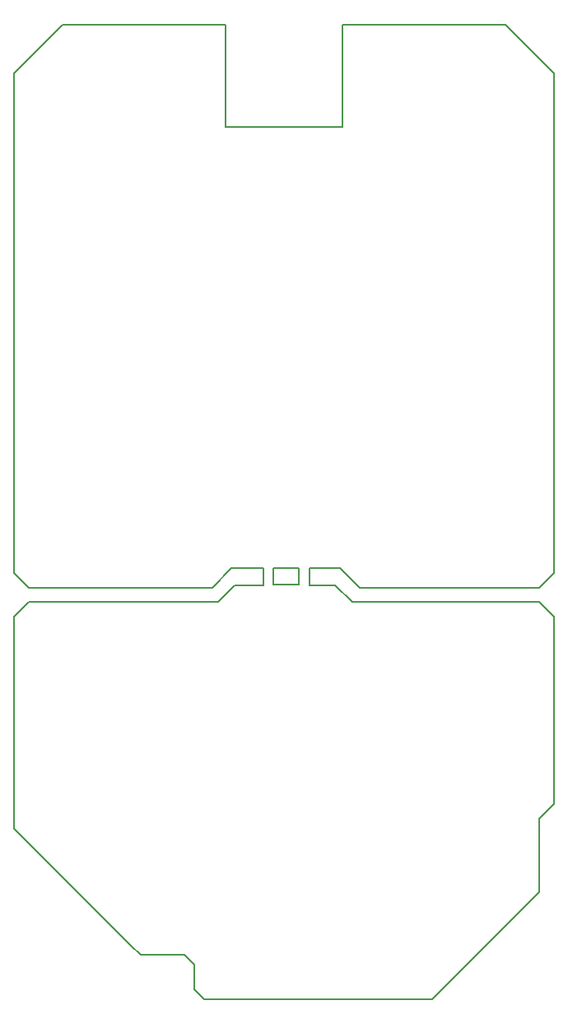
<source format=gbr>
%TF.GenerationSoftware,KiCad,Pcbnew,7.0.5.1-1-g8f565ef7f0-dirty-deb11*%
%TF.CreationDate,2023-08-09T07:55:00+00:00*%
%TF.ProjectId,GreenBean,47726565-6e42-4656-916e-2e6b69636164,rev?*%
%TF.SameCoordinates,Original*%
%TF.FileFunction,Profile,NP*%
%FSLAX46Y46*%
G04 Gerber Fmt 4.6, Leading zero omitted, Abs format (unit mm)*
G04 Created by KiCad (PCBNEW 7.0.5.1-1-g8f565ef7f0-dirty-deb11) date 2023-08-09 07:55:00*
%MOMM*%
%LPD*%
G01*
G04 APERTURE LIST*
%TA.AperFunction,Profile*%
%ADD10C,0.150000*%
%TD*%
G04 APERTURE END LIST*
D10*
X145400000Y-107750000D02*
X148500000Y-107750000D01*
X137700000Y-109500000D02*
X140600000Y-109500000D01*
X128000000Y-147500000D02*
X127000000Y-146500000D01*
X115000000Y-134500000D02*
X115000000Y-121000000D01*
X135350000Y-109750000D02*
X116500000Y-109750000D01*
X145400000Y-109500000D02*
X148000000Y-109500000D01*
X148750000Y-62500000D02*
X148750000Y-52000000D01*
X127000000Y-146500000D02*
X115000000Y-134500000D01*
X115000000Y-57000000D02*
X115000000Y-108250000D01*
X169000000Y-141000000D02*
X158000000Y-152000000D01*
X133500000Y-151000000D02*
X133500000Y-148500000D01*
X149750000Y-111250000D02*
X164750000Y-111250000D01*
X148500000Y-107750000D02*
X150500000Y-109750000D01*
X165500000Y-52000000D02*
X170500000Y-57000000D01*
X169000000Y-109750000D02*
X170500000Y-108250000D01*
X169000000Y-133500000D02*
X170500000Y-132000000D01*
X116500000Y-109750000D02*
X115000000Y-108250000D01*
X140600000Y-107750000D02*
X140600000Y-109500000D01*
X137350000Y-107750000D02*
X135350000Y-109750000D01*
X115000000Y-57000000D02*
X120000000Y-52000000D01*
X170500000Y-85000000D02*
X170500000Y-57000000D01*
X136750000Y-62500000D02*
X148750000Y-62500000D01*
X136750000Y-52000000D02*
X120000000Y-52000000D01*
X170500000Y-112750000D02*
X169000000Y-111250000D01*
X135950000Y-111250000D02*
X117000000Y-111250000D01*
X134500000Y-152000000D02*
X158000000Y-152000000D01*
X116500000Y-109750000D02*
X116500000Y-109750000D01*
X137700000Y-109500000D02*
X135950000Y-111250000D01*
X169000000Y-133500000D02*
X169000000Y-141000000D01*
X170500000Y-108250000D02*
X170500000Y-85000000D01*
X136750000Y-52000000D02*
X136750000Y-62500000D01*
X134500000Y-152000000D02*
X133500000Y-151000000D01*
X133500000Y-148500000D02*
X132500000Y-147500000D01*
X141670000Y-107760000D02*
X144290000Y-107760000D01*
X144290000Y-109490000D01*
X141670000Y-109490000D01*
X141670000Y-107760000D01*
X115000000Y-112750000D02*
X115000000Y-121000000D01*
X148750000Y-52000000D02*
X165500000Y-52000000D01*
X132500000Y-147500000D02*
X128500000Y-147500000D01*
X145400000Y-107750000D02*
X145400000Y-109500000D01*
X169000000Y-111250000D02*
X164750000Y-111250000D01*
X116500000Y-111250000D02*
X115000000Y-112750000D01*
X148000000Y-109500000D02*
X149750000Y-111250000D01*
X170500000Y-132000000D02*
X170500000Y-112750000D01*
X128500000Y-147500000D02*
X128000000Y-147500000D01*
X137350000Y-107750000D02*
X140600000Y-107750000D01*
X150500000Y-109750000D02*
X169000000Y-109750000D01*
X117000000Y-111250000D02*
X116500000Y-111250000D01*
M02*

</source>
